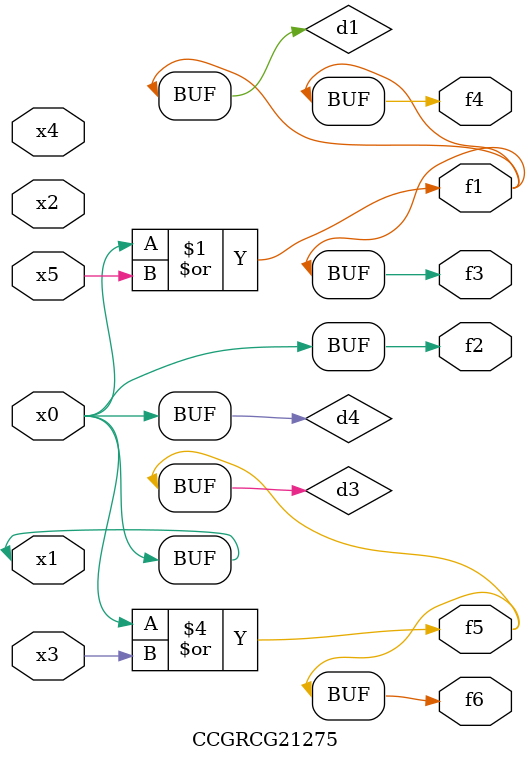
<source format=v>
module CCGRCG21275(
	input x0, x1, x2, x3, x4, x5,
	output f1, f2, f3, f4, f5, f6
);

	wire d1, d2, d3, d4;

	or (d1, x0, x5);
	xnor (d2, x1, x4);
	or (d3, x0, x3);
	buf (d4, x0, x1);
	assign f1 = d1;
	assign f2 = d4;
	assign f3 = d1;
	assign f4 = d1;
	assign f5 = d3;
	assign f6 = d3;
endmodule

</source>
